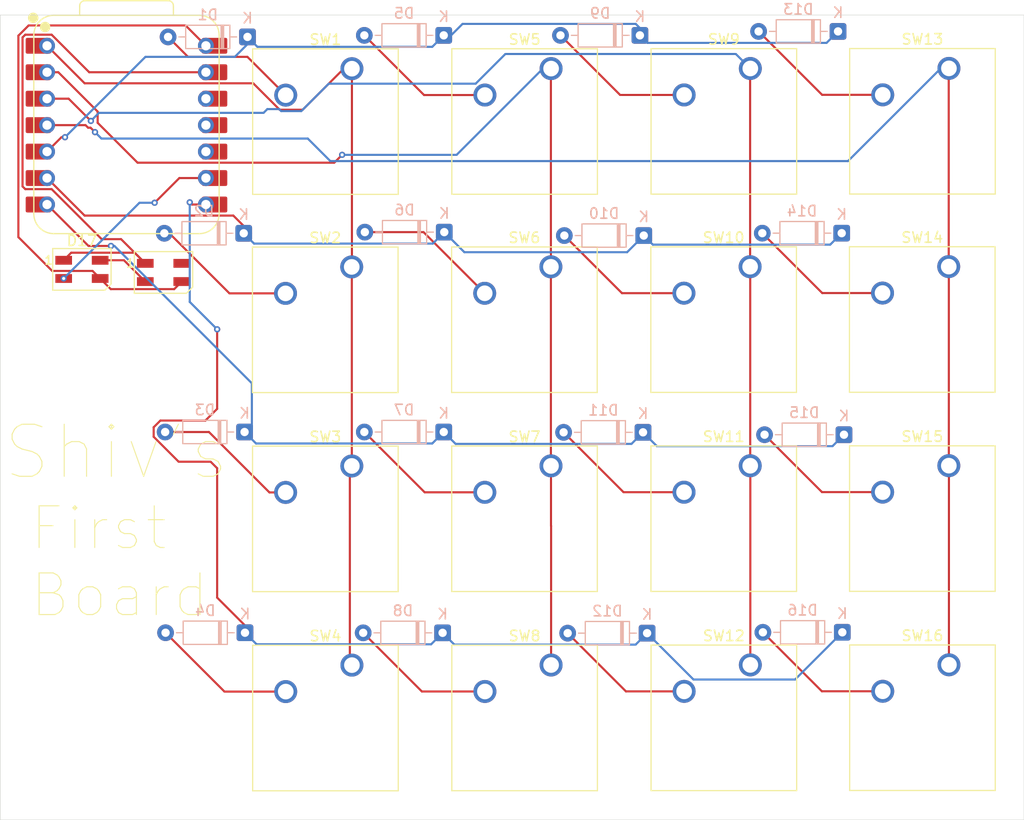
<source format=kicad_pcb>
(kicad_pcb (version 20241229) (generator "pcbnew") (generator_version "9.0")
  (layers (0 "F.Cu" signal) (2 "B.Cu" signal) (13 "F.Paste" user) (15 "B.Paste" user) (5 "F.SilkS" user "F.Silkscreen") (7 "B.SilkS" user "B.Silkscreen") (1 "F.Mask" user) (3 "B.Mask" user) (25 "Edge.Cuts" user))
  (net 0 "")
  (net 1 "Net-(D1-A)")
  (net 2 "Net-(D1-K)")
  (net 3 "Net-(D2-A)")
  (net 4 "Net-(D3-A)")
  (net 5 "Net-(D4-A)")
  (net 6 "Net-(D5-A)")
  (net 7 "Net-(D11-K)")
  (net 8 "Net-(D6-A)")
  (net 9 "Net-(D12-K)")
  (net 10 "Net-(D8-A)")
  (net 11 "Net-(D10-K)")
  (net 12 "Net-(D9-A)")
  (net 13 "Net-(D10-A)")
  (net 14 "Net-(D11-A)")
  (net 15 "Net-(D12-A)")
  (net 16 "Net-(D13-A)")
  (net 17 "Net-(D14-A)")
  (net 18 "Net-(D15-A)")
  (net 19 "Net-(D16-A)")
  (net 20 "Net-(D17-DIN)")
  (net 21 "Net-(D17-DOUT)")
  (net 22 "GND")
  (net 23 "+5V")
  (net 25 "Net-(U1-GPIO26{slash}ADC0{slash}A0)")
  (net 26 "Net-(U1-GPIO28{slash}ADC2{slash}A2)")
  (net 27 "Net-(D7-A)")
  (net 28 "Net-(U1-GPIO27{slash}ADC1{slash}A1)")
  (net 29 "Net-(U1-GPIO29{slash}ADC3{slash}A3)")
  (footprint "Button_Switch_Keyboard:SW_Cherry_MX_1.00u_PCB" (layer "F.Cu") (at 255.645 148.53)
    (property "Reference" "SW12" (at -2.54 -2.794 0) (layer "F.SilkS"))
    (property "Value" "SW_Push")
    (pad "" np_thru_hole circle (at -7.62 5.08) (size 1.7 1.7) (drill 1.7) (layers "*.Cu" "*.Mask"))
    (pad "" np_thru_hole circle (at -2.54 5.08) (size 4 4) (drill 4) (layers "*.Cu" "*.Mask"))
    (pad "" np_thru_hole circle (at 2.54 5.08) (size 1.7 1.7) (drill 1.7) (layers "*.Cu" "*.Mask"))
    (pad "1" thru_hole circle (at 0 0) (size 2.2 2.2) (drill 1.5) (layers "*.Cu" "*.Mask") (net 26 "Net-(U1-GPIO28{slash}ADC2{slash}A2)"))
    (pad "2" thru_hole circle (at -6.35 2.54) (size 2.2 2.2) (drill 1.5) (layers "*.Cu" "*.Mask") (net 15 "Net-(D12-A)"))
  )
  (footprint "Button_Switch_Keyboard:SW_Cherry_MX_1.00u_PCB" (layer "F.Cu") (at 255.625 110.3)
    (property "Reference" "SW10" (at -2.54 -2.794 0) (layer "F.SilkS"))
    (property "Value" "SW_Push")
    (pad "" np_thru_hole circle (at -7.62 5.08) (size 1.7 1.7) (drill 1.7) (layers "*.Cu" "*.Mask"))
    (pad "" np_thru_hole circle (at -2.54 5.08) (size 4 4) (drill 4) (layers "*.Cu" "*.Mask"))
    (pad "" np_thru_hole circle (at 2.54 5.08) (size 1.7 1.7) (drill 1.7) (layers "*.Cu" "*.Mask"))
    (pad "1" thru_hole circle (at 0 0) (size 2.2 2.2) (drill 1.5) (layers "*.Cu" "*.Mask") (net 26 "Net-(U1-GPIO28{slash}ADC2{slash}A2)"))
    (pad "2" thru_hole circle (at -6.35 2.54) (size 2.2 2.2) (drill 1.5) (layers "*.Cu" "*.Mask") (net 13 "Net-(D10-A)"))
  )
  (footprint "Button_Switch_Keyboard:SW_Cherry_MX_1.00u_PCB" (layer "F.Cu") (at 217.4 110.32)
    (property "Reference" "SW2" (at -2.54 -2.794 0) (layer "F.SilkS"))
    (property "Value" "SW_Push")
    (pad "" np_thru_hole circle (at -7.62 5.08) (size 1.7 1.7) (drill 1.7) (layers "*.Cu" "*.Mask"))
    (pad "" np_thru_hole circle (at -2.54 5.08) (size 4 4) (drill 4) (layers "*.Cu" "*.Mask"))
    (pad "" np_thru_hole circle (at 2.54 5.08) (size 1.7 1.7) (drill 1.7) (layers "*.Cu" "*.Mask"))
    (pad "1" thru_hole circle (at 0 0) (size 2.2 2.2) (drill 1.5) (layers "*.Cu" "*.Mask") (net 25 "Net-(U1-GPIO26{slash}ADC0{slash}A0)"))
    (pad "2" thru_hole circle (at -6.35 2.54) (size 2.2 2.2) (drill 1.5) (layers "*.Cu" "*.Mask") (net 3 "Net-(D2-A)"))
  )
  (footprint "Button_Switch_Keyboard:SW_Cherry_MX_1.00u_PCB" (layer "F.Cu") (at 274.7 148.52)
    (property "Reference" "SW16" (at -2.54 -2.794 0) (layer "F.SilkS"))
    (property "Value" "SW_Push")
    (pad "" np_thru_hole circle (at -7.62 5.08) (size 1.7 1.7) (drill 1.7) (layers "*.Cu" "*.Mask"))
    (pad "" np_thru_hole circle (at -2.54 5.08) (size 4 4) (drill 4) (layers "*.Cu" "*.Mask"))
    (pad "" np_thru_hole circle (at 2.54 5.08) (size 1.7 1.7) (drill 1.7) (layers "*.Cu" "*.Mask"))
    (pad "1" thru_hole circle (at 0 0) (size 2.2 2.2) (drill 1.5) (layers "*.Cu" "*.Mask") (net 29 "Net-(U1-GPIO29{slash}ADC3{slash}A3)"))
    (pad "2" thru_hole circle (at -6.35 2.54) (size 2.2 2.2) (drill 1.5) (layers "*.Cu" "*.Mask") (net 19 "Net-(D16-A)"))
  )
  (footprint "Button_Switch_Keyboard:SW_Cherry_MX_1.00u_PCB" (layer "F.Cu") (at 274.7 91.26)
    (property "Reference" "SW13" (at -2.54 -2.794 0) (layer "F.SilkS"))
    (property "Value" "SW_Push")
    (pad "" np_thru_hole circle (at -7.62 5.08) (size 1.7 1.7) (drill 1.7) (layers "*.Cu" "*.Mask"))
    (pad "" np_thru_hole circle (at -2.54 5.08) (size 4 4) (drill 4) (layers "*.Cu" "*.Mask"))
    (pad "" np_thru_hole circle (at 2.54 5.08) (size 1.7 1.7) (drill 1.7) (layers "*.Cu" "*.Mask"))
    (pad "1" thru_hole circle (at 0 0) (size 2.2 2.2) (drill 1.5) (layers "*.Cu" "*.Mask") (net 29 "Net-(U1-GPIO29{slash}ADC3{slash}A3)"))
    (pad "2" thru_hole circle (at -6.35 2.54) (size 2.2 2.2) (drill 1.5) (layers "*.Cu" "*.Mask") (net 16 "Net-(D13-A)"))
  )
  (footprint "LED_SMD:LED_SK6812MINI_PLCC4_3.5x3.5mm_P1.75mm" (layer "F.Cu") (at 199.34375 110.85125)
    (property "Reference" "D18" (hide yes))
    (property "Value" "SK6812")
    (fp_text user "1" (at -3.2 -0.875 0) (layer "F.SilkS") (effects (font (size 0.8 0.8))))
    (pad "1" smd rect (at -1.75 -0.875) (size 1.6 0.85) (layers "F.Cu" "F.Mask" "F.Paste") (net 22 "GND"))
    (pad "2" smd rect (at -1.75 0.875) (size 1.6 0.85) (layers "F.Cu" "F.Mask" "F.Paste") (net 21 "Net-(D17-DOUT)"))
    (pad "3" smd rect (at 1.75 0.875) (size 1.6 0.85) (layers "F.Cu" "F.Mask" "F.Paste") (net 23 "+5V"))
    (pad "4" smd rect (at 1.75 -0.875) (size 1.6 0.85) (layers "F.Cu" "F.Mask" "F.Paste"))
  )
  (footprint "Button_Switch_Keyboard:SW_Cherry_MX_1.00u_PCB" (layer "F.Cu") (at 217.42 148.55)
    (property "Reference" "SW4" (at -2.54 -2.794 0) (layer "F.SilkS"))
    (property "Value" "SW_Push")
    (pad "" np_thru_hole circle (at -7.62 5.08) (size 1.7 1.7) (drill 1.7) (layers "*.Cu" "*.Mask"))
    (pad "" np_thru_hole circle (at -2.54 5.08) (size 4 4) (drill 4) (layers "*.Cu" "*.Mask"))
    (pad "" np_thru_hole circle (at 2.54 5.08) (size 1.7 1.7) (drill 1.7) (layers "*.Cu" "*.Mask"))
    (pad "1" thru_hole circle (at 0 0) (size 2.2 2.2) (drill 1.5) (layers "*.Cu" "*.Mask") (net 25 "Net-(U1-GPIO26{slash}ADC0{slash}A0)"))
    (pad "2" thru_hole circle (at -6.35 2.54) (size 2.2 2.2) (drill 1.5) (layers "*.Cu" "*.Mask") (net 5 "Net-(D4-A)"))
  )
  (footprint "Button_Switch_Keyboard:SW_Cherry_MX_1.00u_PCB" (layer "F.Cu") (at 236.53 148.54)
    (property "Reference" "SW8" (at -2.54 -2.794 0) (layer "F.SilkS"))
    (property "Value" "SW_Push")
    (pad "" np_thru_hole circle (at -7.62 5.08) (size 1.7 1.7) (drill 1.7) (layers "*.Cu" "*.Mask"))
    (pad "" np_thru_hole circle (at -2.54 5.08) (size 4 4) (drill 4) (layers "*.Cu" "*.Mask"))
    (pad "" np_thru_hole circle (at 2.54 5.08) (size 1.7 1.7) (drill 1.7) (layers "*.Cu" "*.Mask"))
    (pad "1" thru_hole circle (at 0 0) (size 2.2 2.2) (drill 1.5) (layers "*.Cu" "*.Mask") (net 28 "Net-(U1-GPIO27{slash}ADC1{slash}A1)"))
    (pad "2" thru_hole circle (at -6.35 2.54) (size 2.2 2.2) (drill 1.5) (layers "*.Cu" "*.Mask") (net 10 "Net-(D8-A)"))
  )
  (footprint "Button_Switch_Keyboard:SW_Cherry_MX_1.00u_PCB" (layer "F.Cu") (at 236.53 91.28)
    (property "Reference" "SW5" (at -2.54 -2.794 0) (layer "F.SilkS"))
    (property "Value" "SW_Push" (hide yes))
    (pad "" np_thru_hole circle (at -7.62 5.08) (size 1.7 1.7) (drill 1.7) (layers "*.Cu" "*.Mask"))
    (pad "" np_thru_hole circle (at -2.54 5.08) (size 4 4) (drill 4) (layers "*.Cu" "*.Mask"))
    (pad "" np_thru_hole circle (at 2.54 5.08) (size 1.7 1.7) (drill 1.7) (layers "*.Cu" "*.Mask"))
    (pad "1" thru_hole circle (at 0 0) (size 2.2 2.2) (drill 1.5) (layers "*.Cu" "*.Mask") (net 28 "Net-(U1-GPIO27{slash}ADC1{slash}A1)"))
    (pad "2" thru_hole circle (at -6.35 2.54) (size 2.2 2.2) (drill 1.5) (layers "*.Cu" "*.Mask") (net 6 "Net-(D5-A)"))
  )
  (footprint "OPL Lib:XIAO-RP2040-DIP" (layer "F.Cu") (at 195.79 96.71)
    (property "Reference" "U1" (hide yes))
    (property "Value" "XIAO-RP2040-DIP" (hide yes))
    (pad "1" smd roundrect (at -8.455 -7.62 180) (size 2.432 1.524) (layers "F.Cu" "F.Mask") (roundrect_rratio 0.1) (net 25 "Net-(U1-GPIO26{slash}ADC0{slash}A0)"))
    (pad "1" thru_hole circle (at -7.62 -7.62 180) (size 1.524 1.524) (drill 0.889) (layers "*.Cu" "*.Mask") (net 25 "Net-(U1-GPIO26{slash}ADC0{slash}A0)"))
    (pad "2" smd roundrect (at -8.455 -5.08 180) (size 2.432 1.524) (layers "F.Cu" "F.Mask") (roundrect_rratio 0.1) (net 28 "Net-(U1-GPIO27{slash}ADC1{slash}A1)"))
    (pad "2" thru_hole circle (at -7.62 -5.08 180) (size 1.524 1.524) (drill 0.889) (layers "*.Cu" "*.Mask") (net 28 "Net-(U1-GPIO27{slash}ADC1{slash}A1)"))
    (pad "3" smd roundrect (at -8.455 -2.54 180) (size 2.432 1.524) (layers "F.Cu" "F.Mask") (roundrect_rratio 0.1) (net 26 "Net-(U1-GPIO28{slash}ADC2{slash}A2)"))
    (pad "3" thru_hole circle (at -7.62 -2.54 180) (size 1.524 1.524) (drill 0.889) (layers "*.Cu" "*.Mask") (net 26 "Net-(U1-GPIO28{slash}ADC2{slash}A2)"))
    (pad "4" smd roundrect (at -8.455 0 180) (size 2.432 1.524) (layers "F.Cu" "F.Mask") (roundrect_rratio 0.1) (net 29 "Net-(U1-GPIO29{slash}ADC3{slash}A3)"))
    (pad "4" thru_hole circle (at -7.62 0 180) (size 1.524 1.524) (drill 0.889) (layers "*.Cu" "*.Mask") (net 29 "Net-(U1-GPIO29{slash}ADC3{slash}A3)"))
    (pad "5" smd roundrect (at -8.455 2.54 180) (size 2.432 1.524) (layers "F.Cu" "F.Mask") (roundrect_rratio 0.1) (net 2 "Net-(D1-K)"))
    (pad "5" thru_hole circle (at -7.62 2.54 180) (size 1.524 1.524) (drill 0.889) (layers "*.Cu" "*.Mask") (net 2 "Net-(D1-K)"))
    (pad "6" smd roundrect (at -8.455 5.08 180) (size 2.432 1.524) (layers "F.Cu" "F.Mask") (roundrect_rratio 0.1) (net 11 "Net-(D10-K)"))
    (pad "6" thru_hole circle (at -7.62 5.08 180) (size 1.524 1.524) (drill 0.889) (layers "*.Cu" "*.Mask") (net 11 "Net-(D10-K)"))
    (pad "7" smd roundrect (at -8.455 7.62 180) (size 2.432 1.524) (layers "F.Cu" "F.Mask") (roundrect_rratio 0.1) (net 7 "Net-(D11-K)"))
    (pad "7" thru_hole circle (at -7.62 7.62 180) (size 1.524 1.524) (drill 0.889) (layers "*.Cu" "*.Mask") (net 7 "Net-(D11-K)"))
    (pad "8" thru_hole circle (at 7.62 7.62) (size 1.524 1.524) (drill 0.889) (layers "*.Cu" "*.Mask") (net 9 "Net-(D12-K)"))
    (pad "8" smd roundrect (at 8.455 7.62) (size 2.432 1.524) (layers "F.Cu" "F.Mask") (roundrect_rratio 0.1) (net 9 "Net-(D12-K)"))
    (pad "9" thru_hole circle (at 7.62 5.08) (size 1.524 1.524) (drill 0.889) (layers "*.Cu" "*.Mask") (net 20 "Net-(D17-DIN)"))
    (pad "9" smd roundrect (at 8.455 5.08) (size 2.432 1.524) (layers "F.Cu" "F.Mask") (roundrect_rratio 0.1) (net 20 "Net-(D17-DIN)"))
    (pad "10" thru_hole circle (at 7.62 2.54) (size 1.524 1.524) (drill 0.889) (layers "*.Cu" "*.Mask"))
    (pad "10" smd roundrect (at 8.455 2.54) (size 2.432 1.524) (layers "F.Cu" "F.Mask") (roundrect_rratio 0.1))
    (pad "11" thru_hole circle (at 7.62 0) (size 1.524 1.524) (drill 0.889) (layers "*.Cu" "*.Mask"))
    (pad "11" smd roundrect (at 8.455 0) (size 2.432 1.524) (layers "F.Cu" "F.Mask") (roundrect_rratio 0.1))
    (pad "12" thru_hole circle (at 7.62 -2.54) (size 1.524 1.524) (drill 0.889) (layers "*.Cu" "*.Mask"))
    (pad "12" smd roundrect (at 8.455 -2.54) (size 2.432 1.524) (layers "F.Cu" "F.Mask") (roundrect_rratio 0.1))
    (pad "13" thru_hole circle (at 7.62 -5.08) (size 1.524 1.524) (drill 0.889) (layers "*.Cu" "*.Mask") (net 22 "GND"))
    (pad "13" smd roundrect (at 8.455 -5.08) (size 2.432 1.524) (layers "F.Cu" "F.Mask") (roundrect_rratio 0.1) (net 22 "GND"))
    (pad "14" thru_hole circle (at 7.62 -7.62) (size 1.524 1.524) (drill 0.889) (layers "*.Cu" "*.Mask") (net 23 "+5V"))
    (pad "14" smd roundrect (at 8.455 -7.62) (size 2.432 1.524) (layers "F.Cu" "F.Mask") (roundrect_rratio 0.1) (net 23 "+5V"))
  )
  (footprint "Button_Switch_Keyboard:SW_Cherry_MX_1.00u_PCB" (layer "F.Cu") (at 274.68 110.29)
    (property "Reference" "SW14" (at -2.54 -2.794 0) (layer "F.SilkS"))
    (property "Value" "SW_Push")
    (pad "" np_thru_hole circle (at -7.62 5.08) (size 1.7 1.7) (drill 1.7) (layers "*.Cu" "*.Mask"))
    (pad "" np_thru_hole circle (at -2.54 5.08) (size 4 4) (drill 4) (layers "*.Cu" "*.Mask"))
    (pad "" np_thru_hole circle (at 2.54 5.08) (size 1.7 1.7) (drill 1.7) (layers "*.Cu" "*.Mask"))
    (pad "1" thru_hole circle (at 0 0) (size 2.2 2.2) (drill 1.5) (layers "*.Cu" "*.Mask") (net 29 "Net-(U1-GPIO29{slash}ADC3{slash}A3)"))
    (pad "2" thru_hole circle (at -6.35 2.54) (size 2.2 2.2) (drill 1.5) (layers "*.Cu" "*.Mask") (net 17 "Net-(D14-A)"))
  )
  (footprint "Button_Switch_Keyboard:SW_Cherry_MX_1.00u_PCB" (layer "F.Cu") (at 255.645 91.27)
    (property "Reference" "SW9" (at -2.54 -2.794 0) (layer "F.SilkS"))
    (property "Value" "SW_Push")
    (pad "" np_thru_hole circle (at -7.62 5.08) (size 1.7 1.7) (drill 1.7) (layers "*.Cu" "*.Mask"))
    (pad "" np_thru_hole circle (at -2.54 5.08) (size 4 4) (drill 4) (layers "*.Cu" "*.Mask"))
    (pad "" np_thru_hole circle (at 2.54 5.08) (size 1.7 1.7) (drill 1.7) (layers "*.Cu" "*.Mask"))
    (pad "1" thru_hole circle (at 0 0) (size 2.2 2.2) (drill 1.5) (layers "*.Cu" "*.Mask") (net 26 "Net-(U1-GPIO28{slash}ADC2{slash}A2)"))
    (pad "2" thru_hole circle (at -6.35 2.54) (size 2.2 2.2) (drill 1.5) (layers "*.Cu" "*.Mask") (net 12 "Net-(D9-A)"))
  )
  (footprint "Button_Switch_Keyboard:SW_Cherry_MX_1.00u_PCB" (layer "F.Cu") (at 217.42 91.29)
    (property "Reference" "SW1" (at -2.54 -2.794 0) (layer "F.SilkS"))
    (property "Value" "SW_Push")
    (pad "" np_thru_hole circle (at -7.62 5.08) (size 1.7 1.7) (drill 1.7) (layers "*.Cu" "*.Mask"))
    (pad "" np_thru_hole circle (at -2.54 5.08) (size 4 4) (drill 4) (layers "*.Cu" "*.Mask"))
    (pad "" np_thru_hole circle (at 2.54 5.08) (size 1.7 1.7) (drill 1.7) (layers "*.Cu" "*.Mask"))
    (pad "1" thru_hole circle (at 0 0) (size 2.2 2.2) (drill 1.5) (layers "*.Cu" "*.Mask") (net 25 "Net-(U1-GPIO26{slash}ADC0{slash}A0)"))
    (pad "2" thru_hole circle (at -6.35 2.54) (size 2.2 2.2) (drill 1.5) (layers "*.Cu" "*.Mask") (net 1 "Net-(D1-A)"))
  )
  (footprint "Button_Switch_Keyboard:SW_Cherry_MX_1.00u_PCB" (layer "F.Cu") (at 236.51 110.31)
    (property "Reference" "SW6" (at -2.54 -2.794 0) (layer "F.SilkS"))
    (property "Value" "SW_Push" (hide yes))
    (pad "" np_thru_hole circle (at -7.62 5.08) (size 1.7 1.7) (drill 1.7) (layers "*.Cu" "*.Mask"))
    (pad "" np_thru_hole circle (at -2.54 5.08) (size 4 4) (drill 4) (layers "*.Cu" "*.Mask"))
    (pad "" np_thru_hole circle (at 2.54 5.08) (size 1.7 1.7) (drill 1.7) (layers "*.Cu" "*.Mask"))
    (pad "1" thru_hole circle (at 0 0) (size 2.2 2.2) (drill 1.5) (layers "*.Cu" "*.Mask") (net 28 "Net-(U1-GPIO27{slash}ADC1{slash}A1)"))
    (pad "2" thru_hole circle (at -6.35 2.54) (size 2.2 2.2) (drill 1.5) (layers "*.Cu" "*.Mask") (net 8 "Net-(D6-A)"))
  )
  (footprint "Button_Switch_Keyboard:SW_Cherry_MX_1.00u_PCB" (layer "F.Cu") (at 255.635 129.41)
    (property "Reference" "SW11" (at -2.54 -2.794 0) (layer "F.SilkS"))
    (property "Value" "SW_Push")
    (pad "" np_thru_hole circle (at -7.62 5.08) (size 1.7 1.7) (drill 1.7) (layers "*.Cu" "*.Mask"))
    (pad "" np_thru_hole circle (at -2.54 5.08) (size 4 4) (drill 4) (layers "*.Cu" "*.Mask"))
    (pad "" np_thru_hole circle (at 2.54 5.08) (size 1.7 1.7) (drill 1.7) (layers "*.Cu" "*.Mask"))
    (pad "1" thru_hole circle (at 0 0) (size 2.2 2.2) (drill 1.5) (layers "*.Cu" "*.Mask") (net 26 "Net-(U1-GPIO28{slash}ADC2{slash}A2)"))
    (pad "2" thru_hole circle (at -6.35 2.54) (size 2.2 2.2) (drill 1.5) (layers "*.Cu" "*.Mask") (net 14 "Net-(D11-A)"))
  )
  (footprint "Button_Switch_Keyboard:SW_Cherry_MX_1.00u_PCB" (layer "F.Cu") (at 274.69 129.4)
    (property "Reference" "SW15" (at -2.54 -2.794 0) (layer "F.SilkS"))
    (property "Value" "SW_Push")
    (pad "" np_thru_hole circle (at -7.62 5.08) (size 1.7 1.7) (drill 1.7) (layers "*.Cu" "*.Mask"))
    (pad "" np_thru_hole circle (at -2.54 5.08) (size 4 4) (drill 4) (layers "*.Cu" "*.Mask"))
    (pad "" np_thru_hole circle (at 2.54 5.08) (size 1.7 1.7) (drill 1.7) (layers "*.Cu" "*.Mask"))
    (pad "1" thru_hole circle (at 0 0) (size 2.2 2.2) (drill 1.5) (layers "*.Cu" "*.Mask") (net 29 "Net-(U1-GPIO29{slash}ADC3{slash}A3)"))
    (pad "2" thru_hole circle (at -6.35 2.54) (size 2.2 2.2) (drill 1.5) (layers "*.Cu" "*.Mask") (net 18 "Net-(D15-A)"))
  )
  (footprint "Button_Switch_Keyboard:SW_Cherry_MX_1.00u_PCB" (layer "F.Cu") (at 236.52 129.42)
    (property "Reference" "SW7" (at -2.54 -2.794 0) (layer "F.SilkS"))
    (property "Value" "SW_Push")
    (pad "" np_thru_hole circle (at -7.62 5.08) (size 1.7 1.7) (drill 1.7) (layers "*.Cu" "*.Mask"))
    (pad "" np_thru_hole circle (at -2.54 5.08) (size 4 4) (drill 4) (layers "*.Cu" "*.Mask"))
    (pad "" np_thru_hole circle (at 2.54 5.08) (size 1.7 1.7) (drill 1.7) (layers "*.Cu" "*.Mask"))
    (pad "1" thru_hole circle (at 0 0) (size 2.2 2.2) (drill 1.5) (layers "*.Cu" "*.Mask") (net 28 "Net-(U1-GPIO27{slash}ADC1{slash}A1)"))
    (pad "2" thru_hole circle (at -6.35 2.54) (size 2.2 2.2) (drill 1.5) (layers "*.Cu" "*.Mask") (net 27 "Net-(D7-A)"))
  )
  (footprint "LED_SMD:LED_SK6812MINI_PLCC4_3.5x3.5mm_P1.75mm" (layer "F.Cu") (at 191.51375 110.55625)
    (property "Reference" "D17" (at 0 -2.75 0) (layer "F.SilkS"))
    (property "Value" "SK6812")
    (fp_text user "1" (at -3.2 -0.875 0) (layer "F.SilkS") (effects (font (size 0.8 0.8))))
    (pad "1" smd rect (at -1.75 -0.875) (size 1.6 0.85) (layers "F.Cu" "F.Mask" "F.Paste") (net 22 "GND"))
    (pad "2" smd rect (at -1.75 0.875) (size 1.6 0.85) (layers "F.Cu" "F.Mask" "F.Paste") (net 20 "Net-(D17-DIN)"))
    (pad "3" smd rect (at 1.75 0.875) (size 1.6 0.85) (layers "F.Cu" "F.Mask" "F.Paste") (net 23 "+5V"))
    (pad "4" smd rect (at 1.75 -0.875) (size 1.6 0.85) (layers "F.Cu" "F.Mask" "F.Paste") (net 21 "Net-(D17-DOUT)"))
  )
  (footprint "Button_Switch_Keyboard:SW_Cherry_MX_1.00u_PCB" (layer "F.Cu") (at 217.41 129.43)
    (property "Reference" "SW3" (at -2.54 -2.794 0) (layer "F.SilkS"))
    (property "Value" "SW_Push")
    (pad "" np_thru_hole circle (at -7.62 5.08) (size 1.7 1.7) (drill 1.7) (layers "*.Cu" "*.Mask"))
    (pad "" np_thru_hole circle (at -2.54 5.08) (size 4 4) (drill 4) (layers "*.Cu" "*.Mask"))
    (pad "" np_thru_hole circle (at 2.54 5.08) (size 1.7 1.7) (drill 1.7) (layers "*.Cu" "*.Mask"))
    (pad "1" thru_hole circle (at 0 0) (size 2.2 2.2) (drill 1.5) (layers "*.Cu" "*.Mask") (net 25 "Net-(U1-GPIO26{slash}ADC0{slash}A0)"))
    (pad "2" thru_hole circle (at -6.35 2.54) (size 2.2 2.2) (drill 1.5) (layers "*.Cu" "*.Mask") (net 4 "Net-(D3-A)"))
  )
  (footprint "Diode_THT:D_DO-35_SOD27_P7.62mm_Horizontal" (layer "B.Cu") (at 207.04 107.09 180)
    (property "Reference" "D2" (at 3.81 2.12 0) (layer "B.SilkS") (effects (justify mirror)))
    (property "Value" "1N4148WT")
    (fp_text user "K" (at 0 1.8 0) (layer "B.SilkS") (effects (justify mirror)))
    (pad "1" thru_hole roundrect (at 0 0 180) (size 1.6 1.6) (drill 0.8) (layers "*.Cu" "*.Mask") (roundrect_rratio 0.15625) (net 11 "Net-(D10-K)"))
    (pad "2" thru_hole circle (at 7.62 0 180) (size 1.6 1.6) (drill 0.8) (layers "*.Cu" "*.Mask") (net 3 "Net-(D2-A)"))
  )
  (footprint "Diode_THT:D_DO-35_SOD27_P7.62mm_Horizontal" (layer "B.Cu") (at 264.06 87.71 180)
    (property "Reference" "D13" (at 3.81 2.12 0) (layer "B.SilkS") (effects (justify mirror)))
    (property "Value" "1N4148WT")
    (fp_text user "K" (at 0 1.8 0) (layer "B.SilkS") (effects (justify mirror)))
    (pad "1" thru_hole roundrect (at 0 0 180) (size 1.6 1.6) (drill 0.8) (layers "*.Cu" "*.Mask") (roundrect_rratio 0.15625) (net 2 "Net-(D1-K)"))
    (pad "2" thru_hole circle (at 7.62 0 180) (size 1.6 1.6) (drill 0.8) (layers "*.Cu" "*.Mask") (net 16 "Net-(D13-A)"))
  )
  (footprint "Diode_THT:D_DO-35_SOD27_P7.62mm_Horizontal" (layer "B.Cu") (at 226.23 126.17 180)
    (property "Reference" "D7" (at 3.81 2.12 0) (layer "B.SilkS") (effects (justify mirror)))
    (property "Value" "1N4148WT")
    (fp_text user "K" (at 0 1.8 0) (layer "B.SilkS") (effects (justify mirror)))
    (pad "1" thru_hole roundrect (at 0 0 180) (size 1.6 1.6) (drill 0.8) (layers "*.Cu" "*.Mask") (roundrect_rratio 0.15625) (net 7 "Net-(D11-K)"))
    (pad "2" thru_hole circle (at 7.62 0 180) (size 1.6 1.6) (drill 0.8) (layers "*.Cu" "*.Mask") (net 27 "Net-(D7-A)"))
  )
  (footprint "Diode_THT:D_DO-35_SOD27_P7.62mm_Horizontal" (layer "B.Cu") (at 226.28 106.98 180)
    (property "Reference" "D6" (at 3.81 2.12 0) (layer "B.SilkS") (effects (justify mirror)))
    (property "Value" "1N4148WT")
    (fp_text user "K" (at 0 1.8 0) (layer "B.SilkS") (effects (justify mirror)))
    (pad "1" thru_hole roundrect (at 0 0 180) (size 1.6 1.6) (drill 0.8) (layers "*.Cu" "*.Mask") (roundrect_rratio 0.15625) (net 11 "Net-(D10-K)"))
    (pad "2" thru_hole circle (at 7.62 0 180) (size 1.6 1.6) (drill 0.8) (layers "*.Cu" "*.Mask") (net 8 "Net-(D6-A)"))
  )
  (footprint "Diode_THT:D_DO-35_SOD27_P7.62mm_Horizontal" (layer "B.Cu") (at 207.4 88.24 180)
    (property "Reference" "D1" (at 3.81 2.12 0) (layer "B.SilkS") (effects (justify mirror)))
    (property "Value" "1N4148WT")
    (fp_text user "K" (at 0 1.8 0) (layer "B.SilkS") (effects (justify mirror)))
    (pad "1" thru_hole roundrect (at 0 0 180) (size 1.6 1.6) (drill 0.8) (layers "*.Cu" "*.Mask") (roundrect_rratio 0.15625) (net 2 "Net-(D1-K)"))
    (pad "2" thru_hole circle (at 7.62 0 180) (size 1.6 1.6) (drill 0.8) (layers "*.Cu" "*.Mask") (net 1 "Net-(D1-A)"))
  )
  (footprint "Diode_THT:D_DO-35_SOD27_P7.62mm_Horizontal" (layer "B.Cu") (at 245.05 88.09 180)
    (property "Reference" "D9" (at 3.81 2.12 0) (layer "B.SilkS") (effects (justify mirror)))
    (property "Value" "1N4148WT")
    (fp_text user "K" (at 0 1.8 0) (layer "B.SilkS") (effects (justify mirror)))
    (pad "1" thru_hole roundrect (at 0 0 180) (size 1.6 1.6) (drill 0.8) (layers "*.Cu" "*.Mask") (roundrect_rratio 0.15625) (net 2 "Net-(D1-K)"))
    (pad "2" thru_hole circle (at 7.62 0 180) (size 1.6 1.6) (drill 0.8) (layers "*.Cu" "*.Mask") (net 12 "Net-(D9-A)"))
  )
  (footprint "Diode_THT:D_DO-35_SOD27_P7.62mm_Horizontal" (layer "B.Cu") (at 245.42 107.31 180)
    (property "Reference" "D10" (at 3.81 2.12 0) (layer "B.SilkS") (effects (justify mirror)))
    (property "Value" "1N4148WT")
    (fp_text user "K" (at 0 1.8 0) (layer "B.SilkS") (effects (justify mirror)))
    (pad "1" thru_hole roundrect (at 0 0 180) (size 1.6 1.6) (drill 0.8) (layers "*.Cu" "*.Mask") (roundrect_rratio 0.15625) (net 11 "Net-(D10-K)"))
    (pad "2" thru_hole circle (at 7.62 0 180) (size 1.6 1.6) (drill 0.8) (layers "*.Cu" "*.Mask") (net 13 "Net-(D10-A)"))
  )
  (footprint "Diode_THT:D_DO-35_SOD27_P7.62mm_Horizontal" (layer "B.Cu") (at 207.12 126.17 180)
    (property "Reference" "D3" (at 3.81 2.12 0) (layer "B.SilkS") (effects (justify mirror)))
    (property "Value" "1N4148WT")
    (fp_text user "K" (at 0 1.8 0) (layer "B.SilkS") (effects (justify mirror)))
    (pad "1" thru_hole roundrect (at 0 0 180) (size 1.6 1.6) (drill 0.8) (layers "*.Cu" "*.Mask") (roundrect_rratio 0.15625) (net 7 "Net-(D11-K)"))
    (pad "2" thru_hole circle (at 7.62 0 180) (size 1.6 1.6) (drill 0.8) (layers "*.Cu" "*.Mask") (net 4 "Net-(D3-A)"))
  )
  (footprint "Diode_THT:D_DO-35_SOD27_P7.62mm_Horizontal" (layer "B.Cu") (at 245.74 145.48 180)
    (property "Reference" "D12" (at 3.81 2.12 0) (layer "B.SilkS") (effects (justify mirror)))
    (property "Value" "1N4148WT")
    (fp_text user "K" (at 0 1.8 0) (layer "B.SilkS") (effects (justify mirror)))
    (pad "1" thru_hole roundrect (at 0 0 180) (size 1.6 1.6) (drill 0.8) (layers "*.Cu" "*.Mask") (roundrect_rratio 0.15625) (net 9 "Net-(D12-K)"))
    (pad "2" thru_hole circle (at 7.62 0 180) (size 1.6 1.6) (drill 0.8) (layers "*.Cu" "*.Mask") (net 15 "Net-(D12-A)"))
  )
  (footprint "Diode_THT:D_DO-35_SOD27_P7.62mm_Horizontal" (layer "B.Cu") (at 264.47 145.4 180)
    (property "Reference" "D16" (at 3.81 2.12 0) (layer "B.SilkS") (effects (justify mirror)))
    (property "Value" "1N4148WT")
    (fp_text user "K" (at 0 1.8 0) (layer "B.SilkS") (effects (justify mirror)))
    (pad "1" thru_hole roundrect (at 0 0 180) (size 1.6 1.6) (drill 0.8) (layers "*.Cu" "*.Mask") (roundrect_rratio 0.15625) (net 9 "Net-(D12-K)"))
    (pad "2" thru_hole circle (at 7.62 0 180) (size 1.6 1.6) (drill 0.8) (layers "*.Cu" "*.Mask") (net 19 "Net-(D16-A)"))
  )
  (footprint "Diode_THT:D_DO-35_SOD27_P7.62mm_Horizontal" (layer "B.Cu") (at 264.63 126.43 180)
    (property "Reference" "D15" (at 3.81 2.12 0) (layer "B.SilkS") (effects (justify mirror)))
    (property "Value" "1N4148WT")
    (fp_text user "K" (at 0 1.8 0) (layer "B.SilkS") (effects (justify mirror)))
    (pad "1" thru_hole roundrect (at 0 0 180) (size 1.6 1.6) (drill 0.8) (layers "*.Cu" "*.Mask") (roundrect_rratio 0.15625) (net 7 "Net-(D11-K)"))
    (pad "2" thru_hole circle (at 7.62 0 180) (size 1.6 1.6) (drill 0.8) (layers "*.Cu" "*.Mask") (net 18 "Net-(D15-A)"))
  )
  (footprint "Diode_THT:D_DO-35_SOD27_P7.62mm_Horizontal" (layer "B.Cu") (at 245.35 126.2 180)
    (property "Reference" "D11" (at 3.81 2.12 0) (layer "B.SilkS") (effects (justify mirror)))
    (property "Value" "1N4148WT")
    (fp_text user "K" (at 0 1.8 0) (layer "B.SilkS") (effects (justify mirror)))
    (pad "1" thru_hole roundrect (at 0 0 180) (size 1.6 1.6) (drill 0.8) (layers "*.Cu" "*.Mask") (roundrect_rratio 0.15625) (net 7 "Net-(D11-K)"))
    (pad "2" thru_hole circle (at 7.62 0 180) (size 1.6 1.6) (drill 0.8) (layers "*.Cu" "*.Mask") (net 14 "Net-(D11-A)"))
  )
  (footprint "Diode_THT:D_DO-35_SOD27_P7.62mm_Horizontal" (layer "B.Cu") (at 207.16 145.44 180)
    (property "Reference" "D4" (at 3.81 2.12 0) (layer "B.SilkS") (effects (justify mirror)))
    (property "Value" "1N4148WT")
    (fp_text user "K" (at 0 1.8 0) (layer "B.SilkS") (effects (justify mirror)))
    (pad "1" thru_hole roundrect (at 0 0 180) (size 1.6 1.6) (drill 0.8) (layers "*.Cu" "*.Mask") (roundrect_rratio 0.15625) (net 9 "Net-(D12-K)"))
    (pad "2" thru_hole circle (at 7.62 0 180) (size 1.6 1.6) (drill 0.8) (layers "*.Cu" "*.Mask") (net 5 "Net-(D4-A)"))
  )
  (footprint "Diode_THT:D_DO-35_SOD27_P7.62mm_Horizontal" (layer "B.Cu") (at 226.12 145.45 180)
    (property "Reference" "D8" (at 3.81 2.12 0) (layer "B.SilkS") (effects (justify mirror)))
    (property "Value" "1N4148WT")
    (fp_text user "K" (at 0 1.8 0) (layer "B.SilkS") (effects (justify mirror)))
    (pad "1" thru_hole roundrect (at 0 0 180) (size 1.6 1.6) (drill 0.8) (layers "*.Cu" "*.Mask") (roundrect_rratio 0.15625) (net 9 "Net-(D12-K)"))
    (pad "2" thru_hole circle (at 7.62 0 180) (size 1.6 1.6) (drill 0.8) (layers "*.Cu" "*.Mask") (net 10 "Net-(D8-A)"))
  )
  (footprint "Diode_THT:D_DO-35_SOD27_P7.62mm_Horizontal" (layer "B.Cu") (at 264.4125 107.08 180)
    (property "Reference" "D14" (at 3.81 2.12 0) (layer "B.SilkS") (effects (justify mirror)))
    (property "Value" "1N4148WT")
    (fp_text user "K" (at 0 1.8 0) (layer "B.SilkS") (effects (justify mirror)))
    (pad "1" thru_hole roundrect (at 0 0 180) (size 1.6 1.6) (drill 0.8) (layers "*.Cu" "*.Mask") (roundrect_rratio 0.15625) (net 11 "Net-(D10-K)"))
    (pad "2" thru_hole circle (at 7.62 0 180) (size 1.6 1.6) (drill 0.8) (layers "*.Cu" "*.Mask") (net 17 "Net-(D14-A)"))
  )
  (footprint "Diode_THT:D_DO-35_SOD27_P7.62mm_Horizontal" (layer "B.Cu") (at 226.23 88.09 180)
    (property "Reference" "D5" (at 3.81 2.12 0) (layer "B.SilkS") (effects (justify mirror)))
    (property "Value" "1N4148WT")
    (fp_text user "K" (at 0 1.8 0) (layer "B.SilkS") (effects (justify mirror)))
    (pad "1" thru_hole roundrect (at 0 0 180) (size 1.6 1.6) (drill 0.8) (layers "*.Cu" "*.Mask") (roundrect_rratio 0.15625) (net 2 "Net-(D1-K)"))
    (pad "2" thru_hole circle (at 7.62 0 180) (size 1.6 1.6) (drill 0.8) (layers "*.Cu" "*.Mask") (net 6 "Net-(D5-A)"))
  )
  (gr_rect (start 183.68 86.14) (end 281.9 163.4) (stroke (width 0.05)) (fill no) (layer "Edge.Cuts"))
  (gr_text "First\nBoard" (at 186.39 144.19 0) (layer "F.SilkS") (effects (font (size 4 4) (thickness 0.1)) (justify left bottom)))
  (gr_text "Shiv's" (at 183.8 131.04 0) (layer "F.SilkS") (effects (font (size 5 5) (thickness 0.1)) (justify left bottom)))
  (segment (start 211.07 93.83) (end 210.8 93.83) (width 0.2) (layer "F.Cu") (net 1))
  (segment (start 210.36 93.83) (end 210.36 93.67) (width 0.2) (layer "F.Cu") (net 1))
  (segment (start 210.36 93.67) (end 210.5 93.53) (width 0.2) (layer "F.Cu") (net 1))
  (segment (start 207.393 90.153) (end 211.07 93.83) (width 0.2) (layer "F.Cu") (net 1))
  (segment (start 201.693 90.153) (end 207.393 90.153) (width 0.2) (layer "F.Cu") (net 1))
  (segment (start 199.78 88.24) (end 201.693 90.153) (width 0.2) (layer "F.Cu") (net 1))
  (segment (start 210.8 93.83) (end 210.5 93.53) (width 0.2) (layer "F.Cu") (net 1))
  (segment (start 189.55 97.87) (end 189.89 97.87) (width 0.2) (layer "F.Cu") (net 2))
  (segment (start 188.17 99.25) (end 189.55 97.87) (width 0.2) (layer "F.Cu") (net 2))
  (via (at 189.89 97.87) (size 0.6) (drill 0.3) (layers "F.Cu" "B.Cu") (net 2))
  (segment (start 189.89 97.87) (end 197.607 90.153) (width 0.2) (layer "B.Cu") (net 2))
  (segment (start 208.351 89.191) (end 225.129 89.191) (width 0.2) (layer "B.Cu") (net 2))
  (segment (start 245.75 88.09) (end 244.649 86.989) (width 0.2) (layer "B.Cu") (net 2))
  (segment (start 264.06 87.71) (end 262.959 88.811) (width 0.2) (layer "B.Cu") (net 2))
  (segment (start 206.187 90.153) (end 208.1 88.24) (width 0.2) (layer "B.Cu") (net 2))
  (segment (start 228.031 86.989) (end 226.93 88.09) (width 0.2) (layer "B.Cu") (net 2))
  (segment (start 225.129 89.191) (end 226.23 88.09) (width 0.2) (layer "B.Cu") (net 2))
  (segment (start 197.607 90.153) (end 206.187 90.153) (width 0.2) (layer "B.Cu") (net 2))
  (segment (start 226.93 88.09) (end 226.279 87.439) (width 0.2) (layer "B.Cu") (net 2))
  (segment (start 245.771 88.811) (end 245.05 88.09) (width 0.2) (layer "B.Cu") (net 2))
  (segment (start 244.649 86.989) (end 228.031 86.989) (width 0.2) (layer "B.Cu") (net 2))
  (segment (start 262.959 88.811) (end 245.771 88.811) (width 0.2) (layer "B.Cu") (net 2))
  (segment (start 207.4 88.24) (end 208.351 89.191) (width 0.2) (layer "B.Cu") (net 2))
  (segment (start 205.67 112.86) (end 199.9 107.09) (width 0.2) (layer "F.Cu") (net 3))
  (segment (start 211.05 112.86) (end 205.67 112.86) (width 0.2) (layer "F.Cu") (net 3))
  (segment (start 199.9 107.09) (end 199.42 107.09) (width 0.2) (layer "F.Cu") (net 3))
  (segment (start 203.704366 126.17) (end 199.5 126.17) (width 0.2) (layer "F.Cu") (net 4))
  (segment (start 211.06 131.97) (end 209.504366 131.97) (width 0.2) (layer "F.Cu") (net 4))
  (segment (start 209.504366 131.97) (end 203.704366 126.17) (width 0.2) (layer "F.Cu") (net 4))
  (segment (start 205.19 151.09) (end 211.07 151.09) (width 0.2) (layer "F.Cu") (net 5))
  (segment (start 199.54 145.44) (end 205.19 151.09) (width 0.2) (layer "F.Cu") (net 5))
  (segment (start 218.61 88.09) (end 224.34 93.82) (width 0.2) (layer "F.Cu") (net 6))
  (segment (start 224.34 93.82) (end 230.18 93.82) (width 0.2) (layer "F.Cu") (net 6))
  (segment (start 188.17 104.33) (end 192.14525 108.30525) (width 0.2) (layer "F.Cu") (net 7))
  (segment (start 192.14525 108.30525) (end 194.3 108.30525) (width 0.2) (layer "F.Cu") (net 7))
  (via (at 194.3 108.30525) (size 0.6) (drill 0.3) (layers "F.Cu" "B.Cu") (net 7))
  (segment (start 226.23 126.17) (end 225.129 127.271) (width 0.2) (layer "B.Cu") (net 7))
  (segment (start 246.681 127.531) (end 245.35 126.2) (width 0.2) (layer "B.Cu") (net 7))
  (segment (start 264.63 126.43) (end 263.529 127.531) (width 0.2) (layer "B.Cu") (net 7))
  (segment (start 263.529 127.531) (end 246.681 127.531) (width 0.2) (layer "B.Cu") (net 7))
  (segment (start 208.221 127.271) (end 207.12 126.17) (width 0.2) (layer "B.Cu") (net 7))
  (segment (start 207.82 126.17) (end 207.82 121.49) (width 0.2) (layer "B.Cu") (net 7))
  (segment (start 225.129 127.271) (end 208.221 127.271) (width 0.2) (layer "B.Cu") (net 7))
  (segment (start 245.35 126.2) (end 244.24 127.31) (width 0.2) (layer "B.Cu") (net 7))
  (segment (start 244.24 127.31) (end 227.37 127.31) (width 0.2) (layer "B.Cu") (net 7))
  (segment (start 194.63525 108.30525) (end 194.3 108.30525) (width 0.2) (layer "B.Cu") (net 7))
  (segment (start 227.37 127.31) (end 226.23 126.17) (width 0.2) (layer "B.Cu") (net 7))
  (segment (start 207.82 121.49) (end 194.63525 108.30525) (width 0.2) (layer "B.Cu") (net 7))
  (segment (start 224.29 106.98) (end 230.16 112.85) (width 0.2) (layer "F.Cu") (net 8))
  (segment (start 218.66 106.98) (end 224.29 106.98) (width 0.2) (layer "F.Cu") (net 8))
  (segment (start 199.04395 125.069) (end 198.399 125.71395) (width 0.2) (layer "F.Cu") (net 9))
  (segment (start 198.399 126.62605) (end 200.79295 129.02) (width 0.2) (layer "F.Cu") (net 9))
  (segment (start 202.07 104.33) (end 201.86 104.12) (width 0.2) (layer "F.Cu") (net 9))
  (segment (start 204.49 116.31) (end 204.49 123.944315) (width 0.2) (layer "F.Cu") (net 9))
  (segment (start 203.864315 129.02) (end 204.49 129.645685) (width 0.2) (layer "F.Cu") (net 9))
  (segment (start 200.79295 129.02) (end 203.864315 129.02) (width 0.2) (layer "F.Cu") (net 9))
  (segment (start 203.41 104.33) (end 202.07 104.33) (width 0.2) (layer "F.Cu") (net 9))
  (segment (start 204.49 142.07) (end 207.86 145.44) (width 0.2) (layer "F.Cu") (net 9))
  (segment (start 204.49 123.944315) (end 203.365315 125.069) (width 0.2) (layer "F.Cu") (net 9))
  (segment (start 204.49 129.645685) (end 204.49 142.07) (width 0.2) (layer "F.Cu") (net 9))
  (segment (start 203.365315 125.069) (end 199.04395 125.069) (width 0.2) (layer "F.Cu") (net 9))
  (segment (start 198.399 125.71395) (end 198.399 126.62605) (width 0.2) (layer "F.Cu") (net 9))
  (via (at 204.49 116.31) (size 0.6) (drill 0.3) (layers "F.Cu" "B.Cu") (net 9))
  (via (at 201.86 104.12) (size 0.6) (drill 0.3) (layers "F.Cu" "B.Cu") (net 9))
  (segment (start 207.16 145.44) (end 208.271 146.551) (width 0.2) (layer "B.Cu") (net 9))
  (segment (start 250.191 149.931) (end 259.939 149.931) (width 0.2) (layer "B.Cu") (net 9))
  (segment (start 245.74 145.48) (end 250.191 149.931) (width 0.2) (layer "B.Cu") (net 9))
  (segment (start 225.019 146.551) (end 226.12 145.45) (width 0.2) (layer "B.Cu") (net 9))
  (segment (start 227.251 146.581) (end 244.639 146.581) (width 0.2) (layer "B.Cu") (net 9))
  (segment (start 201.86 104.12) (end 201.86 113.68) (width 0.2) (layer "B.Cu") (net 9))
  (segment (start 208.271 146.551) (end 225.019 146.551) (width 0.2) (layer "B.Cu") (net 9))
  (segment (start 201.86 113.68) (end 204.49 116.31) (width 0.2) (layer "B.Cu") (net 9))
  (segment (start 226.12 145.45) (end 227.251 146.581) (width 0.2) (layer "B.Cu") (net 9))
  (segment (start 244.639 146.581) (end 245.74 145.48) (width 0.2) (layer "B.Cu") (net 9))
  (segment (start 259.939 149.931) (end 264.47 145.4) (width 0.2) (layer "B.Cu") (net 9))
  (segment (start 230.18 151.08) (end 224.13 151.08) (width 0.2) (layer "F.Cu") (net 10))
  (segment (start 224.13 151.08) (end 218.5 145.45) (width 0.2) (layer "F.Cu") (net 10))
  (segment (start 206.043 105.393) (end 207.74 107.09) (width 0.2) (layer "F.Cu") (net 11))
  (segment (start 188.17 101.79) (end 191.773 105.393) (width 0.2) (layer "F.Cu") (net 11))
  (segment (start 191.773 105.393) (end 206.043 105.393) (width 0.2) (layer "F.Cu") (net 11))
  (segment (start 226.28 106.98) (end 225.179 108.081) (width 0.2) (layer "B.Cu") (net 11))
  (segment (start 225.179 108.081) (end 208.031 108.081) (width 0.2) (layer "B.Cu") (net 11))
  (segment (start 228.209 108.909) (end 226.28 106.98) (width 0.2) (layer "B.Cu") (net 11))
  (segment (start 245.42 107.31) (end 246.291 108.181) (width 0.2) (layer "B.Cu") (net 11))
  (segment (start 245.42 107.31) (end 243.821 108.909) (width 0.2) (layer "B.Cu") (net 11))
  (segment (start 263.3115 108.181) (end 264.4125 107.08) (width 0.2) (layer "B.Cu") (net 11))
  (segment (start 208.031 108.081) (end 207.04 107.09) (width 0.2) (layer "B.Cu") (net 11))
  (segment (start 243.821 108.909) (end 228.209 108.909) (width 0.2) (layer "B.Cu") (net 11))
  (segment (start 246.291 108.181) (end 263.3115 108.181) (width 0.2) (layer "B.Cu") (net 11))
  (segment (start 237.43 88.09) (end 243.15 93.81) (width 0.2) (layer "F.Cu") (net 12))
  (segment (start 243.15 93.81) (end 249.295 93.81) (width 0.2) (layer "F.Cu") (net 12))
  (segment (start 243.33 112.84) (end 249.275 112.84) (width 0.2) (layer "F.Cu") (net 13))
  (segment (start 237.8 107.31) (end 243.33 112.84) (width 0.2) (layer "F.Cu") (net 13))
  (segment (start 243.48 131.95) (end 237.73 126.2) (width 0.2) (layer "F.Cu") (net 14))
  (segment (start 249.285 131.95) (end 243.48 131.95) (width 0.2) (layer "F.Cu") (net 14))
  (segment (start 243.71 151.07) (end 238.12 145.48) (width 0.2) (layer "F.Cu") (net 15))
  (segment (start 249.295 151.07) (end 243.71 151.07) (width 0.2) (layer "F.Cu") (net 15))
  (segment (start 262.53 93.8) (end 268.35 93.8) (width 0.2) (layer "F.Cu") (net 16))
  (segment (start 256.44 87.71) (end 262.53 93.8) (width 0.2) (layer "F.Cu") (net 16))
  (segment (start 256.7925 107.08) (end 262.5425 112.83) (width 0.2) (layer "F.Cu") (net 17))
  (segment (start 262.5425 112.83) (end 268.33 112.83) (width 0.2) (layer "F.Cu") (net 17))
  (segment (start 262.52 131.94) (end 257.01 126.43) (width 0.2) (layer "F.Cu") (net 18))
  (segment (start 268.34 131.94) (end 262.52 131.94) (width 0.2) (layer "F.Cu") (net 18))
  (segment (start 262.51 151.06) (end 256.85 145.4) (width 0.2) (layer "F.Cu") (net 19))
  (segment (start 268.35 151.06) (end 262.51 151.06) (width 0.2) (layer "F.Cu") (net 19))
  (segment (start 203.41 101.79) (end 200.86 101.79) (width 0.2) (layer "F.Cu") (net 20))
  (segment (start 200.86 101.79) (end 198.49 104.16) (width 0.2) (layer "F.Cu") (net 20))
  (via (at 198.49 104.16) (size 0.6) (drill 0.3) (layers "F.Cu" "B.Cu") (net 20))
  (via (at 189.76375 111.43125) (size 0.6) (drill 0.3) (layers "F.Cu" "B.Cu") (net 20))
  (segment (start 197.035 104.16) (end 189.76375 111.43125) (width 0.2) (layer "B.Cu") (net 20))
  (segment (start 198.49 104.16) (end 197.035 104.16) (width 0.2) (layer "B.Cu") (net 20))
  (segment (start 195.54875 109.68125) (end 197.59375 111.72625) (width 0.2) (layer "F.Cu") (net 21))
  (segment (start 193.26375 109.68125) (end 195.54875 109.68125) (width 0.2) (layer "F.Cu") (net 21))
  (segment (start 185.818 102.591626) (end 186.079374 102.853) (width 0.2) (layer "F.Cu") (net 22))
  (segment (start 189.76375 109.68125) (end 190.48975 108.95525) (width 0.2) (layer "F.Cu") (net 22))
  (segment (start 186.079374 102.853) (end 188.61031 102.853) (width 0.2) (layer "F.Cu") (net 22))
  (segment (start 186.079374 88.027) (end 185.818 88.288374) (width 0.2) (layer "F.Cu") (net 22))
  (segment (start 188.61031 88.027) (end 186.079374 88.027) (width 0.2) (layer "F.Cu") (net 22))
  (segment (start 196.57275 108.95525) (end 197.59375 109.97625) (width 0.2) (layer "F.Cu") (net 22))
  (segment (start 190.48975 108.95525) (end 196.57275 108.95525) (width 0.2) (layer "F.Cu") (net 22))
  (segment (start 185.818 88.288374) (end 185.818 102.591626) (width 0.2) (layer "F.Cu") (net 22))
  (segment (start 193.41256 107.65525) (end 195.27275 107.65525) (width 0.2) (layer "F.Cu") (net 22))
  (segment (start 195.27275 107.65525) (end 197.59375 109.97625) (width 0.2) (layer "F.Cu") (net 22))
  (segment (start 188.61031 102.853) (end 193.41256 107.65525) (width 0.2) (layer "F.Cu") (net 22))
  (segment (start 192.21331 91.63) (end 188.61031 88.027) (width 0.2) (layer "F.Cu") (net 22))
  (segment (start 203.41 91.63) (end 192.21331 91.63) (width 0.2) (layer "F.Cu") (net 22))
  (segment (start 185.418 88.122689) (end 185.418 107.4605) (width 0.2) (layer "F.Cu") (net 23))
  (segment (start 188.66275 110.70525) (end 192.53775 110.70525) (width 0.2) (layer "F.Cu") (net 23))
  (segment (start 201.459 87.139) (end 186.401689 87.139) (width 0.2) (layer "F.Cu") (net 23))
  (segment (start 185.418 107.4605) (end 188.66275 110.70525) (width 0.2) (layer "F.Cu") (net 23))
  (segment (start 192.53775 110.70525) (end 193.26375 111.43125) (width 0.2) (layer "F.Cu") (net 23))
  (segment (start 186.401689 87.139) (end 185.418 88.122689) (width 0.2) (layer "F.Cu") (net 23))
  (segment (start 200.36775 112.45225) (end 201.09375 111.72625) (width 0.2) (layer "F.Cu") (net 23))
  (segment (start 193.26375 111.43125) (end 194.28475 112.45225) (width 0.2) (layer "F.Cu") (net 23))
  (segment (start 203.41 89.09) (end 201.459 87.139) (width 0.2) (layer "F.Cu") (net 23))
  (segment (start 194.28475 112.45225) (end 200.36775 112.45225) (width 0.2) (layer "F.Cu") (net 23))
  (segment (start 191.773 92.693) (end 207.951686 92.693) (width 0.2) (layer "F.Cu") (net 25))
  (segment (start 188.17 89.09) (end 191.773 92.693) (width 0.2) (layer "F.Cu") (net 25))
  (segment (start 207.951686 92.693) (end 210.489686 95.231) (width 0.2) (layer "F.Cu") (net 25))
  (segment (start 217.42 110.3) (end 217.4 110.32) (width 0.2) (layer "F.Cu") (net 25))
  (segment (start 217.41 110.33) (end 217.4 110.32) (width 0.2) (layer "F.Cu") (net 25))
  (segment (start 210.489686 95.231) (end 212.694184 95.231) (width 0.2) (layer "F.Cu") (net 25))
  (segment (start 216.635184 91.29) (end 217.42 91.29) (width 0.2) (layer "F.Cu") (net 25))
  (segment (start 212.694184 95.231) (end 216.635184 91.29) (width 0.2) (layer "F.Cu") (net 25))
  (segment (start 217.42 148.55) (end 217.221 148.351) (width 0.2) (layer "F.Cu") (net 25))
  (segment (start 217.42 91.29) (end 217.42 110.3) (width 0.2) (layer "F.Cu") (net 25))
  (segment (start 217.221 148.351) (end 217.221 129.619) (width 0.2) (layer "F.Cu") (net 25))
  (segment (start 217.41 129.43) (end 217.41 110.33) (width 0.2) (layer "F.Cu") (net 25))
  (segment (start 217.221 129.619) (end 217.41 129.43) (width 0.2) (layer "F.Cu") (net 25))
  (segment (start 190.240402 94.17) (end 192.374821 96.304419) (width 0.2) (layer "F.Cu") (net 26))
  (segment (start 255.635 129.41) (end 255.635 110.31) (width 0.2) (layer "F.Cu") (net 26))
  (segment (start 255.625 110.3) (end 255.625 91.29) (width 0.2) (layer "F.Cu") (net 26))
  (segment (start 255.645 148.53) (end 255.645 129.42) (width 0.2) (layer "F.Cu") (net 26))
  (segment (start 255.645 129.42) (end 255.635 129.41) (width 0.2) (layer "F.Cu") (net 26))
  (segment (start 255.625 91.29) (end 255.645 91.27) (width 0.2) (layer "F.Cu") (net 26))
  (segment (start 255.635 110.31) (end 255.625 110.3) (width 0.2) (layer "F.Cu") (net 26))
  (segment (start 188.17 94.17) (end 190.240402 94.17) (width 0.2) (layer "F.Cu") (net 26))
  (via (at 192.374821 96.304419) (size 0.6) (drill 0.3) (layers "F.Cu" "B.Cu") (net 26))
  (segment (start 210.439 95.169) (end 209.30253 95.169) (width 0.2) (layer "B.Cu") (net 26))
  (segment (start 232.139686 89.879) (end 229.288686 92.73) (width 0.2) (layer "B.Cu") (net 26))
  (segment (start 255.645 91.27) (end 254.254 89.879) (width 0.2) (layer "B.Cu") (net 26))
  (segment (start 193.14924 95.53) (end 192.374821 96.304419) (width 0.2) (layer "B.Cu") (net 26))
  (segment (start 208.94153 95.53) (end 193.14924 95.53) (width 0.2) (layer "B.Cu") (net 26))
  (segment (start 210.63 95.36) (end 210.439 95.169) (width 0.2) (layer "B.Cu") (net 26))
  (segment (start 212.565184 95.36) (end 210.63 95.36) (width 0.2) (layer "B.Cu") (net 26))
  (segment (start 254.254 89.879) (end 232.139686 89.879) (width 0.2) (layer "B.Cu") (net 26))
  (segment (start 209.30253 95.169) (end 208.94153 95.53) (width 0.2) (layer "B.Cu") (net 26))
  (segment (start 215.195184 92.73) (end 212.565184 95.36) (width 0.2) (layer "B.Cu") (net 26))
  (segment (start 229.288686 92.73) (end 215.195184 92.73) (width 0.2) (layer "B.Cu") (net 26))
  (segment (start 218.61 126.17) (end 224.4 131.96) (width 0.2) (layer "F.Cu") (net 27))
  (segment (start 224.4 131.96) (end 230.17 131.96) (width 0.2) (layer "F.Cu") (net 27))
  (segment (start 236.51 110.31) (end 236.51 129.41) (width 0.2) (layer "F.Cu") (net 28))
  (segment (start 236.52 135.18) (end 236.52 129.42) (width 0.2) (layer "F.Cu") (net 28))
  (segment (start 236.53 135.19) (end 236.52 135.18) (width 0.2) (layer "F.Cu") (net 28))
  (segment (start 215.727 100.313) (end 216.48 99.56) (width 0.2) (layer "F.Cu") (net 28))
  (segment (start 193.024821 95.407191) (end 193.024821 96.484821) (width 0.2) (layer "F.Cu") (net 28))
  (segment (start 196.853 100.313) (end 215.727 100.313) (width 0.2) (layer "F.Cu") (net 28))
  (segment (start 236.51 91.3) (end 236.53 91.28) (width 0.2) (layer "F.Cu") (net 28))
  (segment (start 188.17 91.63) (end 189.24763 91.63) (width 0.2) (layer "F.Cu") (net 28))
  (segment (start 236.53 148.54) (end 236.53 135.19) (width 0.2) (layer "F.Cu") (net 28))
  (segment (start 236.51 110.31) (end 236.51 91.3) (width 0.2) (layer "F.Cu") (net 28))
  (segment (start 189.24763 91.63) (end 193.024821 95.407191) (width 0.2) (layer "F.Cu") (net 28))
  (segment (start 236.51 129.41) (end 236.52 129.42) (width 0.2) (layer "F.Cu") (net 28))
  (segment (start 193.024821 96.484821) (end 196.853 100.313) (width 0.2) (layer "F.Cu") (net 28))
  (via (at 216.48 99.56) (size 0.6) (drill 0.3) (layers "F.Cu" "B.Cu") (net 28))
  (segment (start 227.465184 99.56) (end 235.745184 91.28) (width 0.2) (layer "B.Cu") (net 28))
  (segment (start 216.48 99.56) (end 227.465184 99.56) (width 0.2) (layer "B.Cu") (net 28))
  (segment (start 235.745184 91.28) (end 236.53 91.28) (width 0.2) (layer "B.Cu") (net 28))
  (segment (start 274.68 91.28) (end 274.7 91.26) (width 0.2) (layer "F.Cu") (net 29))
  (segment (start 192.105582 96.954419) (end 192.344419 96.954419) (width 0.2) (layer "F.Cu") (net 29))
  (segment (start 188.17 96.71) (end 191.861163 96.71) (width 0.2) (layer "F.Cu") (net 29))
  (segment (start 274.69 129.4) (end 274.69 110.3) (width 0.2) (layer "F.Cu") (net 29))
  (segment (start 274.7 148.52) (end 274.7 129.41) (width 0.2) (layer "F.Cu") (net 29))
  (segment (start 274.68 110.29) (end 274.68 91.28) (width 0.2) (layer "F.Cu") (net 29))
  (segment (start 274.69 110.3) (end 274.68 110.29) (width 0.2) (layer "F.Cu") (net 29))
  (segment (start 192.344419 96.954419) (end 192.77 97.38) (width 0.2) (layer "F.Cu") (net 29))
  (segment (start 191.861163 96.71) (end 192.105582 96.954419) (width 0.2) (layer "F.Cu") (net 29))
  (segment (start 274.7 129.41) (end 274.69 129.4) (width 0.2) (layer "F.Cu") (net 29))
  (via (at 192.77 97.38) (size 0.6) (drill 0.3) (layers "F.Cu" "B.Cu") (net 29))
  (segment (start 193.387408 97.997408) (end 213.182592 97.997408) (width 0.2) (layer "B.Cu") (net 29))
  (segment (start 273.915184 91.26) (end 274.7 91.26) (width 0.2) (layer "B.Cu") (net 29))
  (segment (start 213.182592 97.997408) (end 215.346184 100.161) (width 0.2) (layer "B.Cu") (net 29))
  (segment (start 215.346184 100.161) (end 265.014184 100.161) (width 0.2) (layer "B.Cu") (net 29))
  (segment (start 265.014184 100.161) (end 273.915184 91.26) (width 0.2) (layer "B.Cu") (net 29))
  (segment (start 192.77 97.38) (end 193.387408 97.997408) (width 0.2) (layer "B.Cu") (net 29))
)
</source>
